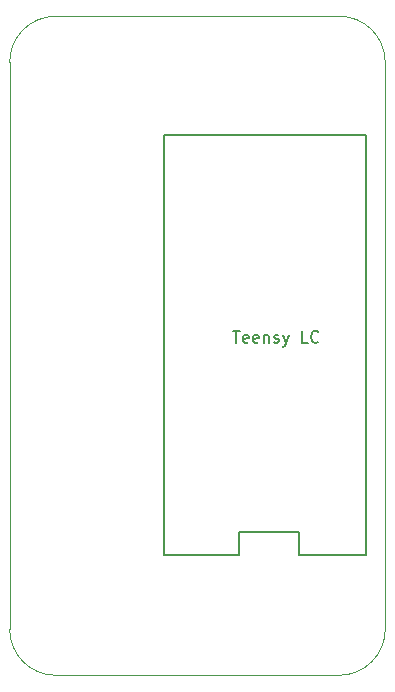
<source format=gbr>
%TF.GenerationSoftware,KiCad,Pcbnew,4.0.5-e0-6337~49~ubuntu16.04.1*%
%TF.CreationDate,2017-01-18T20:50:04-08:00*%
%TF.ProjectId,4x7-Teensy-Breakout,3478372D5465656E73792D427265616B,1.0*%
%TF.FileFunction,Other,Fab,Top*%
%FSLAX46Y46*%
G04 Gerber Fmt 4.6, Leading zero omitted, Abs format (unit mm)*
G04 Created by KiCad (PCBNEW 4.0.5-e0-6337~49~ubuntu16.04.1) date Wed Jan 18 20:50:04 2017*
%MOMM*%
%LPD*%
G01*
G04 APERTURE LIST*
%ADD10C,0.350000*%
%ADD11C,0.152400*%
%ADD12C,0.040640*%
%ADD13C,0.150000*%
G04 APERTURE END LIST*
D10*
D11*
X146050000Y-78740000D02*
X146685000Y-78740000D01*
X146050000Y-114300000D02*
X146050000Y-78740000D01*
X152400000Y-114300000D02*
X146050000Y-114300000D01*
X152400000Y-112395000D02*
X152400000Y-114300000D01*
X157480000Y-112395000D02*
X152400000Y-112395000D01*
X157480000Y-114300000D02*
X157480000Y-112395000D01*
X163195000Y-114300000D02*
X157480000Y-114300000D01*
X163195000Y-78740000D02*
X163195000Y-114300000D01*
X146685000Y-78740000D02*
X163195000Y-78740000D01*
D12*
X136906000Y-124493200D02*
X160906000Y-124493200D01*
X160906000Y-68693200D02*
X136906000Y-68693200D01*
X133006000Y-72593200D02*
X133006000Y-120593200D01*
X133006006Y-120600007D02*
G75*
G03X136906000Y-124493200I3899994J6807D01*
G01*
X136906000Y-68693200D02*
G75*
G03X133006000Y-72593200I0J-3900000D01*
G01*
X164806000Y-120593200D02*
X164806000Y-72593200D01*
X164805994Y-72586393D02*
G75*
G03X160906000Y-68693200I-3899994J-6807D01*
G01*
X160906000Y-124493200D02*
G75*
G03X164806000Y-120593200I0J3900000D01*
G01*
D13*
X151908333Y-95337381D02*
X152479762Y-95337381D01*
X152194047Y-96337381D02*
X152194047Y-95337381D01*
X153194048Y-96289762D02*
X153098810Y-96337381D01*
X152908333Y-96337381D01*
X152813095Y-96289762D01*
X152765476Y-96194524D01*
X152765476Y-95813571D01*
X152813095Y-95718333D01*
X152908333Y-95670714D01*
X153098810Y-95670714D01*
X153194048Y-95718333D01*
X153241667Y-95813571D01*
X153241667Y-95908810D01*
X152765476Y-96004048D01*
X154051191Y-96289762D02*
X153955953Y-96337381D01*
X153765476Y-96337381D01*
X153670238Y-96289762D01*
X153622619Y-96194524D01*
X153622619Y-95813571D01*
X153670238Y-95718333D01*
X153765476Y-95670714D01*
X153955953Y-95670714D01*
X154051191Y-95718333D01*
X154098810Y-95813571D01*
X154098810Y-95908810D01*
X153622619Y-96004048D01*
X154527381Y-95670714D02*
X154527381Y-96337381D01*
X154527381Y-95765952D02*
X154575000Y-95718333D01*
X154670238Y-95670714D01*
X154813096Y-95670714D01*
X154908334Y-95718333D01*
X154955953Y-95813571D01*
X154955953Y-96337381D01*
X155384524Y-96289762D02*
X155479762Y-96337381D01*
X155670238Y-96337381D01*
X155765477Y-96289762D01*
X155813096Y-96194524D01*
X155813096Y-96146905D01*
X155765477Y-96051667D01*
X155670238Y-96004048D01*
X155527381Y-96004048D01*
X155432143Y-95956429D01*
X155384524Y-95861190D01*
X155384524Y-95813571D01*
X155432143Y-95718333D01*
X155527381Y-95670714D01*
X155670238Y-95670714D01*
X155765477Y-95718333D01*
X156146429Y-95670714D02*
X156384524Y-96337381D01*
X156622620Y-95670714D02*
X156384524Y-96337381D01*
X156289286Y-96575476D01*
X156241667Y-96623095D01*
X156146429Y-96670714D01*
X158241668Y-96337381D02*
X157765477Y-96337381D01*
X157765477Y-95337381D01*
X159146430Y-96242143D02*
X159098811Y-96289762D01*
X158955954Y-96337381D01*
X158860716Y-96337381D01*
X158717858Y-96289762D01*
X158622620Y-96194524D01*
X158575001Y-96099286D01*
X158527382Y-95908810D01*
X158527382Y-95765952D01*
X158575001Y-95575476D01*
X158622620Y-95480238D01*
X158717858Y-95385000D01*
X158860716Y-95337381D01*
X158955954Y-95337381D01*
X159098811Y-95385000D01*
X159146430Y-95432619D01*
M02*

</source>
